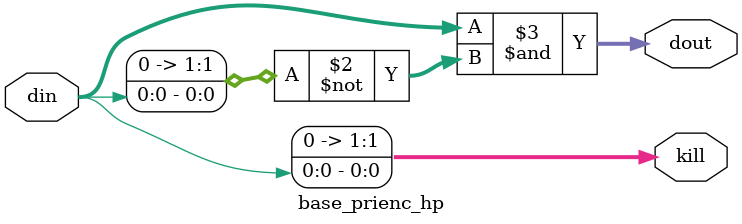
<source format=sv>
/*
 * Copyright 2017 IBM Corporation
 * Licensed to the Apache Software Foundation (ASF) under one
 * or more contributor license agreements.  See the NOTICE file
 * distributed with this work for additional information
 * regarding copyright ownership.  The ASF licenses this file
 * to you under the Apache License, Version 2.0 (the
 * "License"); you may not use this file except in compliance
 * with the License.  You may obtain a copy of the License at
 *
 *     http://www.apache.org/licenses/LICENSE-2.0
 *
 * Unless required by applicable law or agreed to in writing, software
 * distributed under the License is distributed on an "AS IS" BASIS,
 * WITHOUT WARRANTIES OR CONDITIONS OF ANY KIND, either express or implied.
 * See the License for the specific language governing permissions and
 * limitations under the License.
 *
 * Author: Andrew K Martin akmartin@us.ibm.com
 */
 
/* priority encoder. din[0] has highest priority */
module base_prienc_hp#
  (parameter ways=2
   )
   (
    input [0:ways-1]  din,
    output [0:ways-1] dout,
    output [0:ways-1] kill
    );
   generate
      if(ways < 2)
	begin
	   assign dout = din;
	   assign kill[0] = 1'b0;
	end
      else
	begin
	   assign kill[0] = 1'b0;
	   assign kill[1:ways-1] = din[0:ways-2] | kill[0:ways-2];
	   assign dout = din & ~kill;
	end // else: !if(ways < 2)
   endgenerate
endmodule // gx_prienc


   
   
   

</source>
